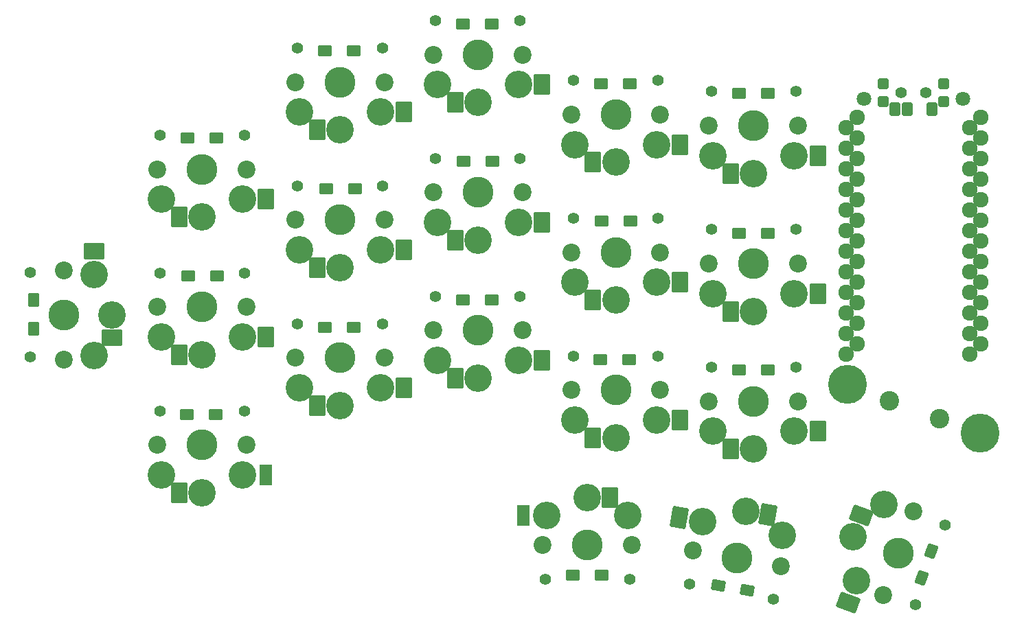
<source format=gbr>
G04 #@! TF.GenerationSoftware,KiCad,Pcbnew,8.0.2-1*
G04 #@! TF.CreationDate,2024-07-27T23:17:35+01:00*
G04 #@! TF.ProjectId,pcb__raven-split-38key__choc-hotswap-n!n,7063625f-5f72-4617-9665-6e2d73706c69,0.1*
G04 #@! TF.SameCoordinates,Original*
G04 #@! TF.FileFunction,Soldermask,Top*
G04 #@! TF.FilePolarity,Negative*
%FSLAX46Y46*%
G04 Gerber Fmt 4.6, Leading zero omitted, Abs format (unit mm)*
G04 Created by KiCad (PCBNEW 8.0.2-1) date 2024-07-27 23:17:35*
%MOMM*%
%LPD*%
G01*
G04 APERTURE LIST*
G04 Aperture macros list*
%AMRoundRect*
0 Rectangle with rounded corners*
0 $1 Rounding radius*
0 $2 $3 $4 $5 $6 $7 $8 $9 X,Y pos of 4 corners*
0 Add a 4 corners polygon primitive as box body*
4,1,4,$2,$3,$4,$5,$6,$7,$8,$9,$2,$3,0*
0 Add four circle primitives for the rounded corners*
1,1,$1+$1,$2,$3*
1,1,$1+$1,$4,$5*
1,1,$1+$1,$6,$7*
1,1,$1+$1,$8,$9*
0 Add four rect primitives between the rounded corners*
20,1,$1+$1,$2,$3,$4,$5,0*
20,1,$1+$1,$4,$5,$6,$7,0*
20,1,$1+$1,$6,$7,$8,$9,0*
20,1,$1+$1,$8,$9,$2,$3,0*%
G04 Aperture macros list end*
%ADD10RoundRect,0.200000X0.650000X0.475000X-0.650000X0.475000X-0.650000X-0.475000X0.650000X-0.475000X0*%
%ADD11RoundRect,0.200000X-0.475000X0.650000X-0.475000X-0.650000X0.475000X-0.650000X0.475000X0.650000X0*%
%ADD12RoundRect,0.200000X0.722608X0.354912X-0.557642X0.580655X-0.722608X-0.354912X0.557642X-0.580655X0*%
%ADD13RoundRect,0.200000X-0.224041X0.773260X-0.668667X-0.448341X0.224041X-0.773260X0.668667X0.448341X0*%
%ADD14C,1.400000*%
%ADD15C,3.400000*%
%ADD16C,2.200000*%
%ADD17C,3.800000*%
%ADD18RoundRect,0.200000X0.800000X1.100000X-0.800000X1.100000X-0.800000X-1.100000X0.800000X-1.100000X0*%
%ADD19RoundRect,0.200000X-1.100000X0.800000X-1.100000X-0.800000X1.100000X-0.800000X1.100000X0.800000X0*%
%ADD20RoundRect,0.200000X0.600000X1.100000X-0.600000X1.100000X-0.600000X-1.100000X0.600000X-1.100000X0*%
%ADD21RoundRect,0.200000X-0.600000X-1.100000X0.600000X-1.100000X0.600000X1.100000X-0.600000X1.100000X0*%
%ADD22RoundRect,0.200000X-0.800000X-1.100000X0.800000X-1.100000X0.800000X1.100000X-0.800000X1.100000X0*%
%ADD23RoundRect,0.200000X-0.978859X-0.944370X0.596833X-1.222207X0.978859X0.944370X-0.596833X1.222207X0*%
%ADD24C,1.924000*%
%ADD25C,2.400000*%
%ADD26RoundRect,0.200000X0.760046X-1.127976X1.307278X0.375532X-0.760046X1.127976X-1.307278X-0.375532X0*%
%ADD27RoundRect,0.200000X-0.450000X-0.450000X0.450000X-0.450000X0.450000X0.450000X-0.450000X0.450000X0*%
%ADD28RoundRect,0.200000X-0.450000X-0.625000X0.450000X-0.625000X0.450000X0.625000X-0.450000X0.625000X0*%
%ADD29C,4.800000*%
%ADD30C,1.797000*%
G04 APERTURE END LIST*
D10*
X67395700Y-63015700D03*
X63845700Y-63015700D03*
X84395700Y-52265700D03*
X80845700Y-52265700D03*
X101395700Y-48890700D03*
X97845700Y-48890700D03*
X118395700Y-56265700D03*
X114845700Y-56265700D03*
X135445700Y-57515700D03*
X131895700Y-57515700D03*
D11*
X44895700Y-82940700D03*
X44895700Y-86490700D03*
D10*
X67495700Y-80015700D03*
X63945700Y-80015700D03*
X84495700Y-69265700D03*
X80945700Y-69265700D03*
X101495700Y-65890700D03*
X97945700Y-65890700D03*
X118495700Y-73265700D03*
X114945700Y-73265700D03*
X135445700Y-74715700D03*
X131895700Y-74715700D03*
X67345700Y-97115700D03*
X63795700Y-97115700D03*
X84345700Y-86365700D03*
X80795700Y-86365700D03*
X101345700Y-82990700D03*
X97795700Y-82990700D03*
X118345700Y-90365700D03*
X114795700Y-90365700D03*
X135395700Y-91565700D03*
X131845700Y-91565700D03*
X114920700Y-116940700D03*
X111370700Y-116940700D03*
D12*
X132839234Y-118794526D03*
X129343166Y-118178074D03*
D13*
X155576886Y-113925746D03*
X154362714Y-117261654D03*
D14*
X70890700Y-62640700D03*
D15*
X60670700Y-70540700D03*
D16*
X60170700Y-66840700D03*
D15*
X70670700Y-70540700D03*
D17*
X65670700Y-66840700D03*
D14*
X60450700Y-62640700D03*
D15*
X65670700Y-72740700D03*
D16*
X71170700Y-66840700D03*
D18*
X73570700Y-70540700D03*
X62870700Y-72740700D03*
D14*
X87890700Y-51890700D03*
D15*
X87670700Y-59790700D03*
D17*
X82670700Y-56090700D03*
D15*
X77670700Y-59790700D03*
D14*
X77450700Y-51890700D03*
D16*
X77170700Y-56090700D03*
D15*
X82670700Y-61990700D03*
D16*
X88170700Y-56090700D03*
D18*
X90570700Y-59790700D03*
X79870700Y-61990700D03*
D15*
X94670700Y-56415700D03*
X99670700Y-58615700D03*
D14*
X104890700Y-48515700D03*
X94450700Y-48515700D03*
D17*
X99670700Y-52715700D03*
D16*
X105170700Y-52715700D03*
D15*
X104670700Y-56415700D03*
D16*
X94170700Y-52715700D03*
D18*
X107570700Y-56415700D03*
X96870700Y-58615700D03*
D15*
X121670700Y-63790700D03*
X116670700Y-65990700D03*
D16*
X111170700Y-60090700D03*
D15*
X111670700Y-63790700D03*
D16*
X122170700Y-60090700D03*
D14*
X121890700Y-55890700D03*
X111450700Y-55890700D03*
D17*
X116670700Y-60090700D03*
D18*
X124570700Y-63790700D03*
X113870700Y-65990700D03*
D14*
X138890700Y-57265700D03*
D17*
X133670700Y-61465700D03*
D14*
X128450700Y-57265700D03*
D16*
X128170700Y-61465700D03*
X139170700Y-61465700D03*
D15*
X138670700Y-65165700D03*
X133670700Y-67365700D03*
X128670700Y-65165700D03*
D18*
X141570700Y-65165700D03*
X130870700Y-67365700D03*
D16*
X48670700Y-90315700D03*
D14*
X44470700Y-90035700D03*
X44470700Y-79595700D03*
D16*
X48670700Y-79315700D03*
D15*
X52370700Y-79815700D03*
X52370700Y-89815700D03*
D17*
X48670700Y-84815700D03*
D15*
X54570700Y-84815700D03*
D19*
X52370700Y-76915700D03*
X54570700Y-87615700D03*
D14*
X60450700Y-79640700D03*
D15*
X65670700Y-89740700D03*
X70670700Y-87540700D03*
D14*
X70890700Y-79640700D03*
D16*
X60170700Y-83840700D03*
D17*
X65670700Y-83840700D03*
D16*
X71170700Y-83840700D03*
D15*
X60670700Y-87540700D03*
D18*
X73570700Y-87540700D03*
X62870700Y-89740700D03*
D14*
X87890700Y-68890700D03*
D15*
X87670700Y-76790700D03*
D16*
X88170700Y-73090700D03*
D17*
X82670700Y-73090700D03*
D15*
X82670700Y-78990700D03*
D14*
X77450700Y-68890700D03*
D16*
X77170700Y-73090700D03*
D15*
X77670700Y-76790700D03*
D18*
X90570700Y-76790700D03*
X79870700Y-78990700D03*
D15*
X104670700Y-73415700D03*
D14*
X104890700Y-65515700D03*
D16*
X105170700Y-69715700D03*
D15*
X94670700Y-73415700D03*
D14*
X94450700Y-65515700D03*
D15*
X99670700Y-75615700D03*
D16*
X94170700Y-69715700D03*
D17*
X99670700Y-69715700D03*
D18*
X107570700Y-73415700D03*
X96870700Y-75615700D03*
D16*
X122170700Y-77090700D03*
X111170700Y-77090700D03*
D14*
X121890700Y-72890700D03*
D15*
X121670700Y-80790700D03*
X111670700Y-80790700D03*
X116670700Y-82990700D03*
D14*
X111450700Y-72890700D03*
D17*
X116670700Y-77090700D03*
D18*
X124570700Y-80790700D03*
X113870700Y-82990700D03*
D16*
X139170700Y-78465700D03*
D15*
X133670700Y-84365700D03*
D17*
X133670700Y-78465700D03*
D15*
X138670700Y-82165700D03*
D14*
X128450700Y-74265700D03*
D16*
X128170700Y-78465700D03*
D14*
X138890700Y-74265700D03*
D15*
X128670700Y-82165700D03*
D18*
X141570700Y-82165700D03*
X130870700Y-84365700D03*
D16*
X71170700Y-100840700D03*
D14*
X60450700Y-96640700D03*
D15*
X65670700Y-106740700D03*
X60670700Y-104540700D03*
D14*
X70890700Y-96640700D03*
D16*
X60170700Y-100840700D03*
D17*
X65670700Y-100840700D03*
D15*
X70670700Y-104540700D03*
D20*
X73570700Y-104540700D03*
D18*
X62870700Y-106740700D03*
D15*
X82670700Y-95990700D03*
D14*
X77450700Y-85890700D03*
D15*
X87670700Y-93790700D03*
D16*
X88170700Y-90090700D03*
D17*
X82670700Y-90090700D03*
D14*
X87890700Y-85890700D03*
D16*
X77170700Y-90090700D03*
D15*
X77670700Y-93790700D03*
D18*
X90570700Y-93790700D03*
X79870700Y-95990700D03*
D15*
X99670700Y-92615700D03*
X94670700Y-90415700D03*
D14*
X94450700Y-82515700D03*
D16*
X94170700Y-86715700D03*
X105170700Y-86715700D03*
D15*
X104670700Y-90415700D03*
D17*
X99670700Y-86715700D03*
D14*
X104890700Y-82515700D03*
D18*
X107570700Y-90415700D03*
X96870700Y-92615700D03*
D16*
X111170700Y-94090700D03*
D14*
X111450700Y-89890700D03*
D17*
X116670700Y-94090700D03*
D15*
X111670700Y-97790700D03*
D16*
X122170700Y-94090700D03*
D14*
X121890700Y-89890700D03*
D15*
X121670700Y-97790700D03*
X116670700Y-99990700D03*
D18*
X124570700Y-97790700D03*
X113870700Y-99990700D03*
D15*
X128670700Y-99165700D03*
X138670700Y-99165700D03*
D14*
X138890700Y-91265700D03*
D16*
X139170700Y-95465700D03*
D15*
X133670700Y-101365700D03*
D14*
X128450700Y-91265700D03*
D16*
X128170700Y-95465700D03*
D17*
X133670700Y-95465700D03*
D18*
X141570700Y-99165700D03*
X130870700Y-101365700D03*
D16*
X118670700Y-113215700D03*
D15*
X113170700Y-107315700D03*
D14*
X118390700Y-117415700D03*
D15*
X108170700Y-109515700D03*
D14*
X107950700Y-117415700D03*
D15*
X118170700Y-109515700D03*
D17*
X113170700Y-113215700D03*
D16*
X107670700Y-113215700D03*
D21*
X105270700Y-109515700D03*
D22*
X115970700Y-107315700D03*
D14*
X125779081Y-118053549D03*
D16*
X126232657Y-113868735D03*
D17*
X131649100Y-114823800D03*
D15*
X132673624Y-109013434D03*
D14*
X136060474Y-119866436D03*
D16*
X137065543Y-115778865D03*
D15*
X127367559Y-110311770D03*
X137215637Y-112048252D03*
D23*
X124511617Y-109808191D03*
X135431086Y-109499649D03*
D24*
X161627100Y-60462700D03*
X145080700Y-61732700D03*
X145080700Y-64272700D03*
X161627100Y-63002700D03*
X145080700Y-66812700D03*
X161627100Y-65542700D03*
X145080700Y-69352700D03*
X161627100Y-68082700D03*
X161627100Y-70622700D03*
X145080700Y-71892700D03*
X161627100Y-73162700D03*
X145080700Y-74432700D03*
X145080700Y-76972700D03*
X161627100Y-75702700D03*
X145080700Y-79512700D03*
X161627100Y-78242700D03*
X161627100Y-80782700D03*
X145080700Y-82052700D03*
X161627100Y-83322700D03*
X145080700Y-84592700D03*
X145080700Y-87132700D03*
X161627100Y-85862700D03*
X145080700Y-89672700D03*
X161627100Y-88402700D03*
X160320700Y-89672700D03*
X146407100Y-88402700D03*
X146407100Y-85862700D03*
X160320700Y-87132700D03*
X160320700Y-84592700D03*
X146407100Y-83322700D03*
X146407100Y-80782700D03*
X160320700Y-82052700D03*
X160320700Y-79512700D03*
X146407100Y-78242700D03*
X160320700Y-76972700D03*
X146407100Y-75702700D03*
X160320700Y-74432700D03*
X146407100Y-73162700D03*
X146407100Y-70622700D03*
X160320700Y-71892700D03*
X160320700Y-69352700D03*
X146407100Y-68082700D03*
X160320700Y-66812700D03*
X146407100Y-65542700D03*
X160320700Y-64272700D03*
X146407100Y-63002700D03*
X160320700Y-61732700D03*
X146407100Y-60462700D03*
D25*
X150441699Y-95379135D03*
X156549701Y-97602265D03*
D14*
X157232054Y-110731289D03*
D16*
X153381111Y-109031691D03*
D15*
X146313037Y-117632989D03*
D14*
X153661364Y-120541680D03*
D16*
X149618889Y-119368309D03*
D15*
X145955814Y-112182081D03*
X149733238Y-108236062D03*
D17*
X151500000Y-114200000D03*
D26*
X145355380Y-120264128D03*
X146913470Y-109550942D03*
D14*
X151870700Y-57365700D03*
X154870700Y-57365700D03*
D27*
X157070700Y-56265700D03*
X157070700Y-58465700D03*
X149670700Y-56265700D03*
X149670700Y-58465700D03*
D28*
X155620700Y-59440700D03*
X152620700Y-59440700D03*
X151120700Y-59440700D03*
D29*
X161620700Y-99365700D03*
D30*
X147245700Y-58165700D03*
X159495700Y-58165700D03*
D29*
X145220700Y-93415700D03*
M02*

</source>
